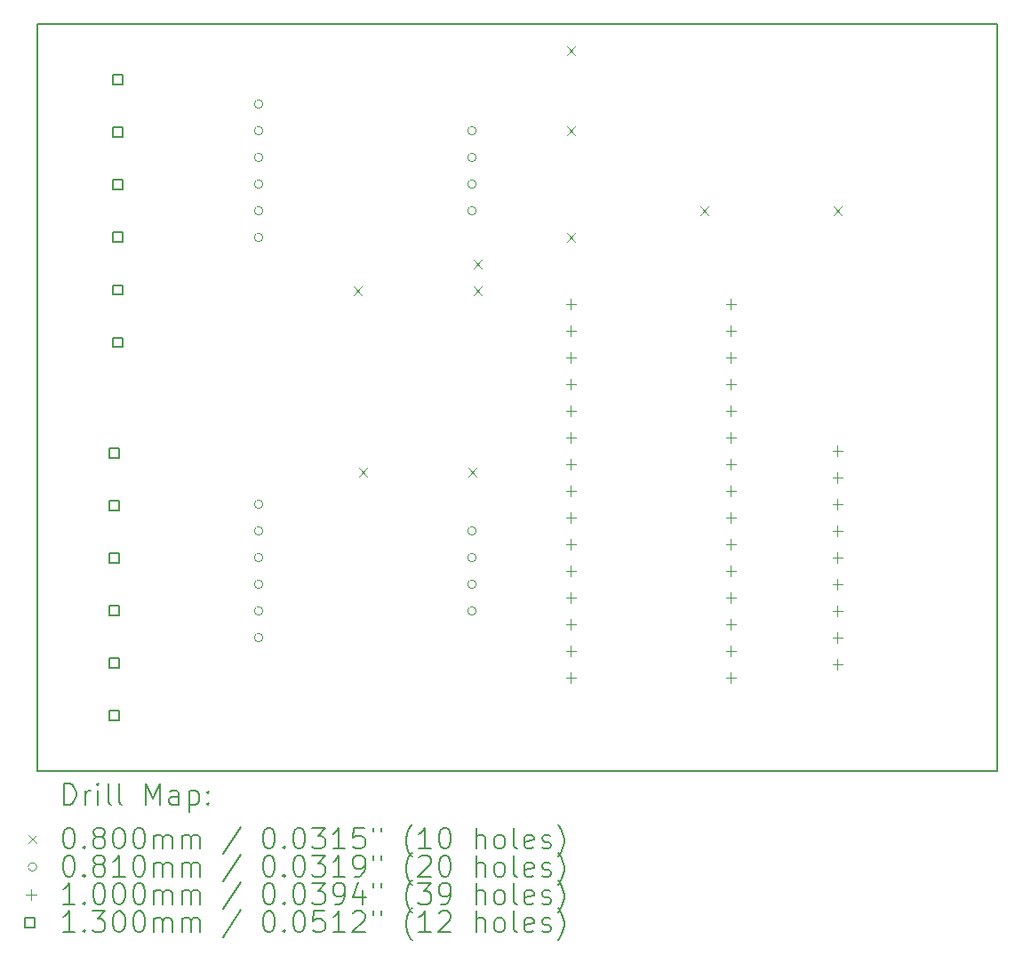
<source format=gbr>
%TF.GenerationSoftware,KiCad,Pcbnew,8.0.6-8.0.6-0~ubuntu24.04.1*%
%TF.CreationDate,2024-10-31T19:49:44+00:00*%
%TF.ProjectId,Windtunnel_Schematic,57696e64-7475-46e6-9e65-6c5f53636865,rev?*%
%TF.SameCoordinates,Original*%
%TF.FileFunction,Drillmap*%
%TF.FilePolarity,Positive*%
%FSLAX45Y45*%
G04 Gerber Fmt 4.5, Leading zero omitted, Abs format (unit mm)*
G04 Created by KiCad (PCBNEW 8.0.6-8.0.6-0~ubuntu24.04.1) date 2024-10-31 19:49:44*
%MOMM*%
%LPD*%
G01*
G04 APERTURE LIST*
%ADD10C,0.200000*%
%ADD11C,0.100000*%
%ADD12C,0.130000*%
G04 APERTURE END LIST*
D10*
X5080000Y-8382000D02*
X14224000Y-8382000D01*
X14224000Y-15494000D01*
X5080000Y-15494000D01*
X5080000Y-8382000D01*
D11*
X8088000Y-10882000D02*
X8168000Y-10962000D01*
X8168000Y-10882000D02*
X8088000Y-10962000D01*
X8138800Y-12609200D02*
X8218800Y-12689200D01*
X8218800Y-12609200D02*
X8138800Y-12689200D01*
X9180200Y-12609200D02*
X9260200Y-12689200D01*
X9260200Y-12609200D02*
X9180200Y-12689200D01*
X9231000Y-10628000D02*
X9311000Y-10708000D01*
X9311000Y-10628000D02*
X9231000Y-10708000D01*
X9231000Y-10882000D02*
X9311000Y-10962000D01*
X9311000Y-10882000D02*
X9231000Y-10962000D01*
X10120000Y-8596000D02*
X10200000Y-8676000D01*
X10200000Y-8596000D02*
X10120000Y-8676000D01*
X10120000Y-9358000D02*
X10200000Y-9438000D01*
X10200000Y-9358000D02*
X10120000Y-9438000D01*
X10120000Y-10374000D02*
X10200000Y-10454000D01*
X10200000Y-10374000D02*
X10120000Y-10454000D01*
X11390000Y-10120000D02*
X11470000Y-10200000D01*
X11470000Y-10120000D02*
X11390000Y-10200000D01*
X12660000Y-10120000D02*
X12740000Y-10200000D01*
X12740000Y-10120000D02*
X12660000Y-10200000D01*
X7224500Y-9144000D02*
G75*
G02*
X7143500Y-9144000I-40500J0D01*
G01*
X7143500Y-9144000D02*
G75*
G02*
X7224500Y-9144000I40500J0D01*
G01*
X7224500Y-9398000D02*
G75*
G02*
X7143500Y-9398000I-40500J0D01*
G01*
X7143500Y-9398000D02*
G75*
G02*
X7224500Y-9398000I40500J0D01*
G01*
X7224500Y-9652000D02*
G75*
G02*
X7143500Y-9652000I-40500J0D01*
G01*
X7143500Y-9652000D02*
G75*
G02*
X7224500Y-9652000I40500J0D01*
G01*
X7224500Y-9906000D02*
G75*
G02*
X7143500Y-9906000I-40500J0D01*
G01*
X7143500Y-9906000D02*
G75*
G02*
X7224500Y-9906000I40500J0D01*
G01*
X7224500Y-10160000D02*
G75*
G02*
X7143500Y-10160000I-40500J0D01*
G01*
X7143500Y-10160000D02*
G75*
G02*
X7224500Y-10160000I40500J0D01*
G01*
X7224500Y-10414000D02*
G75*
G02*
X7143500Y-10414000I-40500J0D01*
G01*
X7143500Y-10414000D02*
G75*
G02*
X7224500Y-10414000I40500J0D01*
G01*
X7224500Y-12954000D02*
G75*
G02*
X7143500Y-12954000I-40500J0D01*
G01*
X7143500Y-12954000D02*
G75*
G02*
X7224500Y-12954000I40500J0D01*
G01*
X7224500Y-13208000D02*
G75*
G02*
X7143500Y-13208000I-40500J0D01*
G01*
X7143500Y-13208000D02*
G75*
G02*
X7224500Y-13208000I40500J0D01*
G01*
X7224500Y-13462000D02*
G75*
G02*
X7143500Y-13462000I-40500J0D01*
G01*
X7143500Y-13462000D02*
G75*
G02*
X7224500Y-13462000I40500J0D01*
G01*
X7224500Y-13716000D02*
G75*
G02*
X7143500Y-13716000I-40500J0D01*
G01*
X7143500Y-13716000D02*
G75*
G02*
X7224500Y-13716000I40500J0D01*
G01*
X7224500Y-13970000D02*
G75*
G02*
X7143500Y-13970000I-40500J0D01*
G01*
X7143500Y-13970000D02*
G75*
G02*
X7224500Y-13970000I40500J0D01*
G01*
X7224500Y-14224000D02*
G75*
G02*
X7143500Y-14224000I-40500J0D01*
G01*
X7143500Y-14224000D02*
G75*
G02*
X7224500Y-14224000I40500J0D01*
G01*
X9256500Y-9398000D02*
G75*
G02*
X9175500Y-9398000I-40500J0D01*
G01*
X9175500Y-9398000D02*
G75*
G02*
X9256500Y-9398000I40500J0D01*
G01*
X9256500Y-9652000D02*
G75*
G02*
X9175500Y-9652000I-40500J0D01*
G01*
X9175500Y-9652000D02*
G75*
G02*
X9256500Y-9652000I40500J0D01*
G01*
X9256500Y-9906000D02*
G75*
G02*
X9175500Y-9906000I-40500J0D01*
G01*
X9175500Y-9906000D02*
G75*
G02*
X9256500Y-9906000I40500J0D01*
G01*
X9256500Y-10160000D02*
G75*
G02*
X9175500Y-10160000I-40500J0D01*
G01*
X9175500Y-10160000D02*
G75*
G02*
X9256500Y-10160000I40500J0D01*
G01*
X9256500Y-13208000D02*
G75*
G02*
X9175500Y-13208000I-40500J0D01*
G01*
X9175500Y-13208000D02*
G75*
G02*
X9256500Y-13208000I40500J0D01*
G01*
X9256500Y-13462000D02*
G75*
G02*
X9175500Y-13462000I-40500J0D01*
G01*
X9175500Y-13462000D02*
G75*
G02*
X9256500Y-13462000I40500J0D01*
G01*
X9256500Y-13716000D02*
G75*
G02*
X9175500Y-13716000I-40500J0D01*
G01*
X9175500Y-13716000D02*
G75*
G02*
X9256500Y-13716000I40500J0D01*
G01*
X9256500Y-13970000D02*
G75*
G02*
X9175500Y-13970000I-40500J0D01*
G01*
X9175500Y-13970000D02*
G75*
G02*
X9256500Y-13970000I40500J0D01*
G01*
X10160000Y-10999000D02*
X10160000Y-11099000D01*
X10110000Y-11049000D02*
X10210000Y-11049000D01*
X10160000Y-11253000D02*
X10160000Y-11353000D01*
X10110000Y-11303000D02*
X10210000Y-11303000D01*
X10160000Y-11507000D02*
X10160000Y-11607000D01*
X10110000Y-11557000D02*
X10210000Y-11557000D01*
X10160000Y-11761000D02*
X10160000Y-11861000D01*
X10110000Y-11811000D02*
X10210000Y-11811000D01*
X10160000Y-12015000D02*
X10160000Y-12115000D01*
X10110000Y-12065000D02*
X10210000Y-12065000D01*
X10160000Y-12269000D02*
X10160000Y-12369000D01*
X10110000Y-12319000D02*
X10210000Y-12319000D01*
X10160000Y-12523000D02*
X10160000Y-12623000D01*
X10110000Y-12573000D02*
X10210000Y-12573000D01*
X10160000Y-12777000D02*
X10160000Y-12877000D01*
X10110000Y-12827000D02*
X10210000Y-12827000D01*
X10160000Y-13031000D02*
X10160000Y-13131000D01*
X10110000Y-13081000D02*
X10210000Y-13081000D01*
X10160000Y-13285000D02*
X10160000Y-13385000D01*
X10110000Y-13335000D02*
X10210000Y-13335000D01*
X10160000Y-13539000D02*
X10160000Y-13639000D01*
X10110000Y-13589000D02*
X10210000Y-13589000D01*
X10160000Y-13793000D02*
X10160000Y-13893000D01*
X10110000Y-13843000D02*
X10210000Y-13843000D01*
X10160000Y-14047000D02*
X10160000Y-14147000D01*
X10110000Y-14097000D02*
X10210000Y-14097000D01*
X10160000Y-14301000D02*
X10160000Y-14401000D01*
X10110000Y-14351000D02*
X10210000Y-14351000D01*
X10160000Y-14555000D02*
X10160000Y-14655000D01*
X10110000Y-14605000D02*
X10210000Y-14605000D01*
X11684000Y-10999000D02*
X11684000Y-11099000D01*
X11634000Y-11049000D02*
X11734000Y-11049000D01*
X11684000Y-11253000D02*
X11684000Y-11353000D01*
X11634000Y-11303000D02*
X11734000Y-11303000D01*
X11684000Y-11507000D02*
X11684000Y-11607000D01*
X11634000Y-11557000D02*
X11734000Y-11557000D01*
X11684000Y-11761000D02*
X11684000Y-11861000D01*
X11634000Y-11811000D02*
X11734000Y-11811000D01*
X11684000Y-12015000D02*
X11684000Y-12115000D01*
X11634000Y-12065000D02*
X11734000Y-12065000D01*
X11684000Y-12269000D02*
X11684000Y-12369000D01*
X11634000Y-12319000D02*
X11734000Y-12319000D01*
X11684000Y-12523000D02*
X11684000Y-12623000D01*
X11634000Y-12573000D02*
X11734000Y-12573000D01*
X11684000Y-12777000D02*
X11684000Y-12877000D01*
X11634000Y-12827000D02*
X11734000Y-12827000D01*
X11684000Y-13031000D02*
X11684000Y-13131000D01*
X11634000Y-13081000D02*
X11734000Y-13081000D01*
X11684000Y-13285000D02*
X11684000Y-13385000D01*
X11634000Y-13335000D02*
X11734000Y-13335000D01*
X11684000Y-13539000D02*
X11684000Y-13639000D01*
X11634000Y-13589000D02*
X11734000Y-13589000D01*
X11684000Y-13793000D02*
X11684000Y-13893000D01*
X11634000Y-13843000D02*
X11734000Y-13843000D01*
X11684000Y-14047000D02*
X11684000Y-14147000D01*
X11634000Y-14097000D02*
X11734000Y-14097000D01*
X11684000Y-14301000D02*
X11684000Y-14401000D01*
X11634000Y-14351000D02*
X11734000Y-14351000D01*
X11684000Y-14555000D02*
X11684000Y-14655000D01*
X11634000Y-14605000D02*
X11734000Y-14605000D01*
X12700000Y-12396000D02*
X12700000Y-12496000D01*
X12650000Y-12446000D02*
X12750000Y-12446000D01*
X12700000Y-12650000D02*
X12700000Y-12750000D01*
X12650000Y-12700000D02*
X12750000Y-12700000D01*
X12700000Y-12904000D02*
X12700000Y-13004000D01*
X12650000Y-12954000D02*
X12750000Y-12954000D01*
X12700000Y-13158000D02*
X12700000Y-13258000D01*
X12650000Y-13208000D02*
X12750000Y-13208000D01*
X12700000Y-13412000D02*
X12700000Y-13512000D01*
X12650000Y-13462000D02*
X12750000Y-13462000D01*
X12700000Y-13666000D02*
X12700000Y-13766000D01*
X12650000Y-13716000D02*
X12750000Y-13716000D01*
X12700000Y-13920000D02*
X12700000Y-14020000D01*
X12650000Y-13970000D02*
X12750000Y-13970000D01*
X12700000Y-14174000D02*
X12700000Y-14274000D01*
X12650000Y-14224000D02*
X12750000Y-14224000D01*
X12700000Y-14428000D02*
X12700000Y-14528000D01*
X12650000Y-14478000D02*
X12750000Y-14478000D01*
D12*
X5857462Y-12511962D02*
X5857462Y-12420038D01*
X5765538Y-12420038D01*
X5765538Y-12511962D01*
X5857462Y-12511962D01*
X5857462Y-13011962D02*
X5857462Y-12920038D01*
X5765538Y-12920038D01*
X5765538Y-13011962D01*
X5857462Y-13011962D01*
X5857462Y-13511962D02*
X5857462Y-13420038D01*
X5765538Y-13420038D01*
X5765538Y-13511962D01*
X5857462Y-13511962D01*
X5857462Y-14011962D02*
X5857462Y-13920038D01*
X5765538Y-13920038D01*
X5765538Y-14011962D01*
X5857462Y-14011962D01*
X5857462Y-14511962D02*
X5857462Y-14420038D01*
X5765538Y-14420038D01*
X5765538Y-14511962D01*
X5857462Y-14511962D01*
X5857462Y-15011962D02*
X5857462Y-14920038D01*
X5765538Y-14920038D01*
X5765538Y-15011962D01*
X5857462Y-15011962D01*
X5887962Y-8959962D02*
X5887962Y-8868038D01*
X5796038Y-8868038D01*
X5796038Y-8959962D01*
X5887962Y-8959962D01*
X5887962Y-9459962D02*
X5887962Y-9368038D01*
X5796038Y-9368038D01*
X5796038Y-9459962D01*
X5887962Y-9459962D01*
X5887962Y-9959962D02*
X5887962Y-9868038D01*
X5796038Y-9868038D01*
X5796038Y-9959962D01*
X5887962Y-9959962D01*
X5887962Y-10459962D02*
X5887962Y-10368038D01*
X5796038Y-10368038D01*
X5796038Y-10459962D01*
X5887962Y-10459962D01*
X5887962Y-10959962D02*
X5887962Y-10868038D01*
X5796038Y-10868038D01*
X5796038Y-10959962D01*
X5887962Y-10959962D01*
X5887962Y-11459962D02*
X5887962Y-11368038D01*
X5796038Y-11368038D01*
X5796038Y-11459962D01*
X5887962Y-11459962D01*
D10*
X5330777Y-15815484D02*
X5330777Y-15615484D01*
X5330777Y-15615484D02*
X5378396Y-15615484D01*
X5378396Y-15615484D02*
X5406967Y-15625008D01*
X5406967Y-15625008D02*
X5426015Y-15644055D01*
X5426015Y-15644055D02*
X5435539Y-15663103D01*
X5435539Y-15663103D02*
X5445063Y-15701198D01*
X5445063Y-15701198D02*
X5445063Y-15729769D01*
X5445063Y-15729769D02*
X5435539Y-15767865D01*
X5435539Y-15767865D02*
X5426015Y-15786912D01*
X5426015Y-15786912D02*
X5406967Y-15805960D01*
X5406967Y-15805960D02*
X5378396Y-15815484D01*
X5378396Y-15815484D02*
X5330777Y-15815484D01*
X5530777Y-15815484D02*
X5530777Y-15682150D01*
X5530777Y-15720246D02*
X5540301Y-15701198D01*
X5540301Y-15701198D02*
X5549824Y-15691674D01*
X5549824Y-15691674D02*
X5568872Y-15682150D01*
X5568872Y-15682150D02*
X5587920Y-15682150D01*
X5654586Y-15815484D02*
X5654586Y-15682150D01*
X5654586Y-15615484D02*
X5645062Y-15625008D01*
X5645062Y-15625008D02*
X5654586Y-15634531D01*
X5654586Y-15634531D02*
X5664110Y-15625008D01*
X5664110Y-15625008D02*
X5654586Y-15615484D01*
X5654586Y-15615484D02*
X5654586Y-15634531D01*
X5778396Y-15815484D02*
X5759348Y-15805960D01*
X5759348Y-15805960D02*
X5749824Y-15786912D01*
X5749824Y-15786912D02*
X5749824Y-15615484D01*
X5883158Y-15815484D02*
X5864110Y-15805960D01*
X5864110Y-15805960D02*
X5854586Y-15786912D01*
X5854586Y-15786912D02*
X5854586Y-15615484D01*
X6111729Y-15815484D02*
X6111729Y-15615484D01*
X6111729Y-15615484D02*
X6178396Y-15758341D01*
X6178396Y-15758341D02*
X6245062Y-15615484D01*
X6245062Y-15615484D02*
X6245062Y-15815484D01*
X6426015Y-15815484D02*
X6426015Y-15710722D01*
X6426015Y-15710722D02*
X6416491Y-15691674D01*
X6416491Y-15691674D02*
X6397443Y-15682150D01*
X6397443Y-15682150D02*
X6359348Y-15682150D01*
X6359348Y-15682150D02*
X6340301Y-15691674D01*
X6426015Y-15805960D02*
X6406967Y-15815484D01*
X6406967Y-15815484D02*
X6359348Y-15815484D01*
X6359348Y-15815484D02*
X6340301Y-15805960D01*
X6340301Y-15805960D02*
X6330777Y-15786912D01*
X6330777Y-15786912D02*
X6330777Y-15767865D01*
X6330777Y-15767865D02*
X6340301Y-15748817D01*
X6340301Y-15748817D02*
X6359348Y-15739293D01*
X6359348Y-15739293D02*
X6406967Y-15739293D01*
X6406967Y-15739293D02*
X6426015Y-15729769D01*
X6521253Y-15682150D02*
X6521253Y-15882150D01*
X6521253Y-15691674D02*
X6540301Y-15682150D01*
X6540301Y-15682150D02*
X6578396Y-15682150D01*
X6578396Y-15682150D02*
X6597443Y-15691674D01*
X6597443Y-15691674D02*
X6606967Y-15701198D01*
X6606967Y-15701198D02*
X6616491Y-15720246D01*
X6616491Y-15720246D02*
X6616491Y-15777388D01*
X6616491Y-15777388D02*
X6606967Y-15796436D01*
X6606967Y-15796436D02*
X6597443Y-15805960D01*
X6597443Y-15805960D02*
X6578396Y-15815484D01*
X6578396Y-15815484D02*
X6540301Y-15815484D01*
X6540301Y-15815484D02*
X6521253Y-15805960D01*
X6702205Y-15796436D02*
X6711729Y-15805960D01*
X6711729Y-15805960D02*
X6702205Y-15815484D01*
X6702205Y-15815484D02*
X6692682Y-15805960D01*
X6692682Y-15805960D02*
X6702205Y-15796436D01*
X6702205Y-15796436D02*
X6702205Y-15815484D01*
X6702205Y-15691674D02*
X6711729Y-15701198D01*
X6711729Y-15701198D02*
X6702205Y-15710722D01*
X6702205Y-15710722D02*
X6692682Y-15701198D01*
X6692682Y-15701198D02*
X6702205Y-15691674D01*
X6702205Y-15691674D02*
X6702205Y-15710722D01*
D11*
X4990000Y-16104000D02*
X5070000Y-16184000D01*
X5070000Y-16104000D02*
X4990000Y-16184000D01*
D10*
X5368872Y-16035484D02*
X5387920Y-16035484D01*
X5387920Y-16035484D02*
X5406967Y-16045008D01*
X5406967Y-16045008D02*
X5416491Y-16054531D01*
X5416491Y-16054531D02*
X5426015Y-16073579D01*
X5426015Y-16073579D02*
X5435539Y-16111674D01*
X5435539Y-16111674D02*
X5435539Y-16159293D01*
X5435539Y-16159293D02*
X5426015Y-16197388D01*
X5426015Y-16197388D02*
X5416491Y-16216436D01*
X5416491Y-16216436D02*
X5406967Y-16225960D01*
X5406967Y-16225960D02*
X5387920Y-16235484D01*
X5387920Y-16235484D02*
X5368872Y-16235484D01*
X5368872Y-16235484D02*
X5349824Y-16225960D01*
X5349824Y-16225960D02*
X5340301Y-16216436D01*
X5340301Y-16216436D02*
X5330777Y-16197388D01*
X5330777Y-16197388D02*
X5321253Y-16159293D01*
X5321253Y-16159293D02*
X5321253Y-16111674D01*
X5321253Y-16111674D02*
X5330777Y-16073579D01*
X5330777Y-16073579D02*
X5340301Y-16054531D01*
X5340301Y-16054531D02*
X5349824Y-16045008D01*
X5349824Y-16045008D02*
X5368872Y-16035484D01*
X5521253Y-16216436D02*
X5530777Y-16225960D01*
X5530777Y-16225960D02*
X5521253Y-16235484D01*
X5521253Y-16235484D02*
X5511729Y-16225960D01*
X5511729Y-16225960D02*
X5521253Y-16216436D01*
X5521253Y-16216436D02*
X5521253Y-16235484D01*
X5645062Y-16121198D02*
X5626015Y-16111674D01*
X5626015Y-16111674D02*
X5616491Y-16102150D01*
X5616491Y-16102150D02*
X5606967Y-16083103D01*
X5606967Y-16083103D02*
X5606967Y-16073579D01*
X5606967Y-16073579D02*
X5616491Y-16054531D01*
X5616491Y-16054531D02*
X5626015Y-16045008D01*
X5626015Y-16045008D02*
X5645062Y-16035484D01*
X5645062Y-16035484D02*
X5683158Y-16035484D01*
X5683158Y-16035484D02*
X5702205Y-16045008D01*
X5702205Y-16045008D02*
X5711729Y-16054531D01*
X5711729Y-16054531D02*
X5721253Y-16073579D01*
X5721253Y-16073579D02*
X5721253Y-16083103D01*
X5721253Y-16083103D02*
X5711729Y-16102150D01*
X5711729Y-16102150D02*
X5702205Y-16111674D01*
X5702205Y-16111674D02*
X5683158Y-16121198D01*
X5683158Y-16121198D02*
X5645062Y-16121198D01*
X5645062Y-16121198D02*
X5626015Y-16130722D01*
X5626015Y-16130722D02*
X5616491Y-16140246D01*
X5616491Y-16140246D02*
X5606967Y-16159293D01*
X5606967Y-16159293D02*
X5606967Y-16197388D01*
X5606967Y-16197388D02*
X5616491Y-16216436D01*
X5616491Y-16216436D02*
X5626015Y-16225960D01*
X5626015Y-16225960D02*
X5645062Y-16235484D01*
X5645062Y-16235484D02*
X5683158Y-16235484D01*
X5683158Y-16235484D02*
X5702205Y-16225960D01*
X5702205Y-16225960D02*
X5711729Y-16216436D01*
X5711729Y-16216436D02*
X5721253Y-16197388D01*
X5721253Y-16197388D02*
X5721253Y-16159293D01*
X5721253Y-16159293D02*
X5711729Y-16140246D01*
X5711729Y-16140246D02*
X5702205Y-16130722D01*
X5702205Y-16130722D02*
X5683158Y-16121198D01*
X5845062Y-16035484D02*
X5864110Y-16035484D01*
X5864110Y-16035484D02*
X5883158Y-16045008D01*
X5883158Y-16045008D02*
X5892682Y-16054531D01*
X5892682Y-16054531D02*
X5902205Y-16073579D01*
X5902205Y-16073579D02*
X5911729Y-16111674D01*
X5911729Y-16111674D02*
X5911729Y-16159293D01*
X5911729Y-16159293D02*
X5902205Y-16197388D01*
X5902205Y-16197388D02*
X5892682Y-16216436D01*
X5892682Y-16216436D02*
X5883158Y-16225960D01*
X5883158Y-16225960D02*
X5864110Y-16235484D01*
X5864110Y-16235484D02*
X5845062Y-16235484D01*
X5845062Y-16235484D02*
X5826015Y-16225960D01*
X5826015Y-16225960D02*
X5816491Y-16216436D01*
X5816491Y-16216436D02*
X5806967Y-16197388D01*
X5806967Y-16197388D02*
X5797443Y-16159293D01*
X5797443Y-16159293D02*
X5797443Y-16111674D01*
X5797443Y-16111674D02*
X5806967Y-16073579D01*
X5806967Y-16073579D02*
X5816491Y-16054531D01*
X5816491Y-16054531D02*
X5826015Y-16045008D01*
X5826015Y-16045008D02*
X5845062Y-16035484D01*
X6035539Y-16035484D02*
X6054586Y-16035484D01*
X6054586Y-16035484D02*
X6073634Y-16045008D01*
X6073634Y-16045008D02*
X6083158Y-16054531D01*
X6083158Y-16054531D02*
X6092682Y-16073579D01*
X6092682Y-16073579D02*
X6102205Y-16111674D01*
X6102205Y-16111674D02*
X6102205Y-16159293D01*
X6102205Y-16159293D02*
X6092682Y-16197388D01*
X6092682Y-16197388D02*
X6083158Y-16216436D01*
X6083158Y-16216436D02*
X6073634Y-16225960D01*
X6073634Y-16225960D02*
X6054586Y-16235484D01*
X6054586Y-16235484D02*
X6035539Y-16235484D01*
X6035539Y-16235484D02*
X6016491Y-16225960D01*
X6016491Y-16225960D02*
X6006967Y-16216436D01*
X6006967Y-16216436D02*
X5997443Y-16197388D01*
X5997443Y-16197388D02*
X5987920Y-16159293D01*
X5987920Y-16159293D02*
X5987920Y-16111674D01*
X5987920Y-16111674D02*
X5997443Y-16073579D01*
X5997443Y-16073579D02*
X6006967Y-16054531D01*
X6006967Y-16054531D02*
X6016491Y-16045008D01*
X6016491Y-16045008D02*
X6035539Y-16035484D01*
X6187920Y-16235484D02*
X6187920Y-16102150D01*
X6187920Y-16121198D02*
X6197443Y-16111674D01*
X6197443Y-16111674D02*
X6216491Y-16102150D01*
X6216491Y-16102150D02*
X6245063Y-16102150D01*
X6245063Y-16102150D02*
X6264110Y-16111674D01*
X6264110Y-16111674D02*
X6273634Y-16130722D01*
X6273634Y-16130722D02*
X6273634Y-16235484D01*
X6273634Y-16130722D02*
X6283158Y-16111674D01*
X6283158Y-16111674D02*
X6302205Y-16102150D01*
X6302205Y-16102150D02*
X6330777Y-16102150D01*
X6330777Y-16102150D02*
X6349824Y-16111674D01*
X6349824Y-16111674D02*
X6359348Y-16130722D01*
X6359348Y-16130722D02*
X6359348Y-16235484D01*
X6454586Y-16235484D02*
X6454586Y-16102150D01*
X6454586Y-16121198D02*
X6464110Y-16111674D01*
X6464110Y-16111674D02*
X6483158Y-16102150D01*
X6483158Y-16102150D02*
X6511729Y-16102150D01*
X6511729Y-16102150D02*
X6530777Y-16111674D01*
X6530777Y-16111674D02*
X6540301Y-16130722D01*
X6540301Y-16130722D02*
X6540301Y-16235484D01*
X6540301Y-16130722D02*
X6549824Y-16111674D01*
X6549824Y-16111674D02*
X6568872Y-16102150D01*
X6568872Y-16102150D02*
X6597443Y-16102150D01*
X6597443Y-16102150D02*
X6616491Y-16111674D01*
X6616491Y-16111674D02*
X6626015Y-16130722D01*
X6626015Y-16130722D02*
X6626015Y-16235484D01*
X7016491Y-16025960D02*
X6845063Y-16283103D01*
X7273634Y-16035484D02*
X7292682Y-16035484D01*
X7292682Y-16035484D02*
X7311729Y-16045008D01*
X7311729Y-16045008D02*
X7321253Y-16054531D01*
X7321253Y-16054531D02*
X7330777Y-16073579D01*
X7330777Y-16073579D02*
X7340301Y-16111674D01*
X7340301Y-16111674D02*
X7340301Y-16159293D01*
X7340301Y-16159293D02*
X7330777Y-16197388D01*
X7330777Y-16197388D02*
X7321253Y-16216436D01*
X7321253Y-16216436D02*
X7311729Y-16225960D01*
X7311729Y-16225960D02*
X7292682Y-16235484D01*
X7292682Y-16235484D02*
X7273634Y-16235484D01*
X7273634Y-16235484D02*
X7254586Y-16225960D01*
X7254586Y-16225960D02*
X7245063Y-16216436D01*
X7245063Y-16216436D02*
X7235539Y-16197388D01*
X7235539Y-16197388D02*
X7226015Y-16159293D01*
X7226015Y-16159293D02*
X7226015Y-16111674D01*
X7226015Y-16111674D02*
X7235539Y-16073579D01*
X7235539Y-16073579D02*
X7245063Y-16054531D01*
X7245063Y-16054531D02*
X7254586Y-16045008D01*
X7254586Y-16045008D02*
X7273634Y-16035484D01*
X7426015Y-16216436D02*
X7435539Y-16225960D01*
X7435539Y-16225960D02*
X7426015Y-16235484D01*
X7426015Y-16235484D02*
X7416491Y-16225960D01*
X7416491Y-16225960D02*
X7426015Y-16216436D01*
X7426015Y-16216436D02*
X7426015Y-16235484D01*
X7559348Y-16035484D02*
X7578396Y-16035484D01*
X7578396Y-16035484D02*
X7597444Y-16045008D01*
X7597444Y-16045008D02*
X7606967Y-16054531D01*
X7606967Y-16054531D02*
X7616491Y-16073579D01*
X7616491Y-16073579D02*
X7626015Y-16111674D01*
X7626015Y-16111674D02*
X7626015Y-16159293D01*
X7626015Y-16159293D02*
X7616491Y-16197388D01*
X7616491Y-16197388D02*
X7606967Y-16216436D01*
X7606967Y-16216436D02*
X7597444Y-16225960D01*
X7597444Y-16225960D02*
X7578396Y-16235484D01*
X7578396Y-16235484D02*
X7559348Y-16235484D01*
X7559348Y-16235484D02*
X7540301Y-16225960D01*
X7540301Y-16225960D02*
X7530777Y-16216436D01*
X7530777Y-16216436D02*
X7521253Y-16197388D01*
X7521253Y-16197388D02*
X7511729Y-16159293D01*
X7511729Y-16159293D02*
X7511729Y-16111674D01*
X7511729Y-16111674D02*
X7521253Y-16073579D01*
X7521253Y-16073579D02*
X7530777Y-16054531D01*
X7530777Y-16054531D02*
X7540301Y-16045008D01*
X7540301Y-16045008D02*
X7559348Y-16035484D01*
X7692682Y-16035484D02*
X7816491Y-16035484D01*
X7816491Y-16035484D02*
X7749825Y-16111674D01*
X7749825Y-16111674D02*
X7778396Y-16111674D01*
X7778396Y-16111674D02*
X7797444Y-16121198D01*
X7797444Y-16121198D02*
X7806967Y-16130722D01*
X7806967Y-16130722D02*
X7816491Y-16149769D01*
X7816491Y-16149769D02*
X7816491Y-16197388D01*
X7816491Y-16197388D02*
X7806967Y-16216436D01*
X7806967Y-16216436D02*
X7797444Y-16225960D01*
X7797444Y-16225960D02*
X7778396Y-16235484D01*
X7778396Y-16235484D02*
X7721253Y-16235484D01*
X7721253Y-16235484D02*
X7702206Y-16225960D01*
X7702206Y-16225960D02*
X7692682Y-16216436D01*
X8006967Y-16235484D02*
X7892682Y-16235484D01*
X7949825Y-16235484D02*
X7949825Y-16035484D01*
X7949825Y-16035484D02*
X7930777Y-16064055D01*
X7930777Y-16064055D02*
X7911729Y-16083103D01*
X7911729Y-16083103D02*
X7892682Y-16092627D01*
X8187920Y-16035484D02*
X8092682Y-16035484D01*
X8092682Y-16035484D02*
X8083158Y-16130722D01*
X8083158Y-16130722D02*
X8092682Y-16121198D01*
X8092682Y-16121198D02*
X8111729Y-16111674D01*
X8111729Y-16111674D02*
X8159348Y-16111674D01*
X8159348Y-16111674D02*
X8178396Y-16121198D01*
X8178396Y-16121198D02*
X8187920Y-16130722D01*
X8187920Y-16130722D02*
X8197444Y-16149769D01*
X8197444Y-16149769D02*
X8197444Y-16197388D01*
X8197444Y-16197388D02*
X8187920Y-16216436D01*
X8187920Y-16216436D02*
X8178396Y-16225960D01*
X8178396Y-16225960D02*
X8159348Y-16235484D01*
X8159348Y-16235484D02*
X8111729Y-16235484D01*
X8111729Y-16235484D02*
X8092682Y-16225960D01*
X8092682Y-16225960D02*
X8083158Y-16216436D01*
X8273634Y-16035484D02*
X8273634Y-16073579D01*
X8349825Y-16035484D02*
X8349825Y-16073579D01*
X8645063Y-16311674D02*
X8635539Y-16302150D01*
X8635539Y-16302150D02*
X8616491Y-16273579D01*
X8616491Y-16273579D02*
X8606968Y-16254531D01*
X8606968Y-16254531D02*
X8597444Y-16225960D01*
X8597444Y-16225960D02*
X8587920Y-16178341D01*
X8587920Y-16178341D02*
X8587920Y-16140246D01*
X8587920Y-16140246D02*
X8597444Y-16092627D01*
X8597444Y-16092627D02*
X8606968Y-16064055D01*
X8606968Y-16064055D02*
X8616491Y-16045008D01*
X8616491Y-16045008D02*
X8635539Y-16016436D01*
X8635539Y-16016436D02*
X8645063Y-16006912D01*
X8826015Y-16235484D02*
X8711730Y-16235484D01*
X8768872Y-16235484D02*
X8768872Y-16035484D01*
X8768872Y-16035484D02*
X8749825Y-16064055D01*
X8749825Y-16064055D02*
X8730777Y-16083103D01*
X8730777Y-16083103D02*
X8711730Y-16092627D01*
X8949825Y-16035484D02*
X8968872Y-16035484D01*
X8968872Y-16035484D02*
X8987920Y-16045008D01*
X8987920Y-16045008D02*
X8997444Y-16054531D01*
X8997444Y-16054531D02*
X9006968Y-16073579D01*
X9006968Y-16073579D02*
X9016491Y-16111674D01*
X9016491Y-16111674D02*
X9016491Y-16159293D01*
X9016491Y-16159293D02*
X9006968Y-16197388D01*
X9006968Y-16197388D02*
X8997444Y-16216436D01*
X8997444Y-16216436D02*
X8987920Y-16225960D01*
X8987920Y-16225960D02*
X8968872Y-16235484D01*
X8968872Y-16235484D02*
X8949825Y-16235484D01*
X8949825Y-16235484D02*
X8930777Y-16225960D01*
X8930777Y-16225960D02*
X8921253Y-16216436D01*
X8921253Y-16216436D02*
X8911730Y-16197388D01*
X8911730Y-16197388D02*
X8902206Y-16159293D01*
X8902206Y-16159293D02*
X8902206Y-16111674D01*
X8902206Y-16111674D02*
X8911730Y-16073579D01*
X8911730Y-16073579D02*
X8921253Y-16054531D01*
X8921253Y-16054531D02*
X8930777Y-16045008D01*
X8930777Y-16045008D02*
X8949825Y-16035484D01*
X9254587Y-16235484D02*
X9254587Y-16035484D01*
X9340301Y-16235484D02*
X9340301Y-16130722D01*
X9340301Y-16130722D02*
X9330777Y-16111674D01*
X9330777Y-16111674D02*
X9311730Y-16102150D01*
X9311730Y-16102150D02*
X9283158Y-16102150D01*
X9283158Y-16102150D02*
X9264111Y-16111674D01*
X9264111Y-16111674D02*
X9254587Y-16121198D01*
X9464111Y-16235484D02*
X9445063Y-16225960D01*
X9445063Y-16225960D02*
X9435539Y-16216436D01*
X9435539Y-16216436D02*
X9426015Y-16197388D01*
X9426015Y-16197388D02*
X9426015Y-16140246D01*
X9426015Y-16140246D02*
X9435539Y-16121198D01*
X9435539Y-16121198D02*
X9445063Y-16111674D01*
X9445063Y-16111674D02*
X9464111Y-16102150D01*
X9464111Y-16102150D02*
X9492682Y-16102150D01*
X9492682Y-16102150D02*
X9511730Y-16111674D01*
X9511730Y-16111674D02*
X9521253Y-16121198D01*
X9521253Y-16121198D02*
X9530777Y-16140246D01*
X9530777Y-16140246D02*
X9530777Y-16197388D01*
X9530777Y-16197388D02*
X9521253Y-16216436D01*
X9521253Y-16216436D02*
X9511730Y-16225960D01*
X9511730Y-16225960D02*
X9492682Y-16235484D01*
X9492682Y-16235484D02*
X9464111Y-16235484D01*
X9645063Y-16235484D02*
X9626015Y-16225960D01*
X9626015Y-16225960D02*
X9616492Y-16206912D01*
X9616492Y-16206912D02*
X9616492Y-16035484D01*
X9797444Y-16225960D02*
X9778396Y-16235484D01*
X9778396Y-16235484D02*
X9740301Y-16235484D01*
X9740301Y-16235484D02*
X9721253Y-16225960D01*
X9721253Y-16225960D02*
X9711730Y-16206912D01*
X9711730Y-16206912D02*
X9711730Y-16130722D01*
X9711730Y-16130722D02*
X9721253Y-16111674D01*
X9721253Y-16111674D02*
X9740301Y-16102150D01*
X9740301Y-16102150D02*
X9778396Y-16102150D01*
X9778396Y-16102150D02*
X9797444Y-16111674D01*
X9797444Y-16111674D02*
X9806968Y-16130722D01*
X9806968Y-16130722D02*
X9806968Y-16149769D01*
X9806968Y-16149769D02*
X9711730Y-16168817D01*
X9883158Y-16225960D02*
X9902206Y-16235484D01*
X9902206Y-16235484D02*
X9940301Y-16235484D01*
X9940301Y-16235484D02*
X9959349Y-16225960D01*
X9959349Y-16225960D02*
X9968873Y-16206912D01*
X9968873Y-16206912D02*
X9968873Y-16197388D01*
X9968873Y-16197388D02*
X9959349Y-16178341D01*
X9959349Y-16178341D02*
X9940301Y-16168817D01*
X9940301Y-16168817D02*
X9911730Y-16168817D01*
X9911730Y-16168817D02*
X9892682Y-16159293D01*
X9892682Y-16159293D02*
X9883158Y-16140246D01*
X9883158Y-16140246D02*
X9883158Y-16130722D01*
X9883158Y-16130722D02*
X9892682Y-16111674D01*
X9892682Y-16111674D02*
X9911730Y-16102150D01*
X9911730Y-16102150D02*
X9940301Y-16102150D01*
X9940301Y-16102150D02*
X9959349Y-16111674D01*
X10035539Y-16311674D02*
X10045063Y-16302150D01*
X10045063Y-16302150D02*
X10064111Y-16273579D01*
X10064111Y-16273579D02*
X10073634Y-16254531D01*
X10073634Y-16254531D02*
X10083158Y-16225960D01*
X10083158Y-16225960D02*
X10092682Y-16178341D01*
X10092682Y-16178341D02*
X10092682Y-16140246D01*
X10092682Y-16140246D02*
X10083158Y-16092627D01*
X10083158Y-16092627D02*
X10073634Y-16064055D01*
X10073634Y-16064055D02*
X10064111Y-16045008D01*
X10064111Y-16045008D02*
X10045063Y-16016436D01*
X10045063Y-16016436D02*
X10035539Y-16006912D01*
D11*
X5070000Y-16408000D02*
G75*
G02*
X4989000Y-16408000I-40500J0D01*
G01*
X4989000Y-16408000D02*
G75*
G02*
X5070000Y-16408000I40500J0D01*
G01*
D10*
X5368872Y-16299484D02*
X5387920Y-16299484D01*
X5387920Y-16299484D02*
X5406967Y-16309008D01*
X5406967Y-16309008D02*
X5416491Y-16318531D01*
X5416491Y-16318531D02*
X5426015Y-16337579D01*
X5426015Y-16337579D02*
X5435539Y-16375674D01*
X5435539Y-16375674D02*
X5435539Y-16423293D01*
X5435539Y-16423293D02*
X5426015Y-16461388D01*
X5426015Y-16461388D02*
X5416491Y-16480436D01*
X5416491Y-16480436D02*
X5406967Y-16489960D01*
X5406967Y-16489960D02*
X5387920Y-16499484D01*
X5387920Y-16499484D02*
X5368872Y-16499484D01*
X5368872Y-16499484D02*
X5349824Y-16489960D01*
X5349824Y-16489960D02*
X5340301Y-16480436D01*
X5340301Y-16480436D02*
X5330777Y-16461388D01*
X5330777Y-16461388D02*
X5321253Y-16423293D01*
X5321253Y-16423293D02*
X5321253Y-16375674D01*
X5321253Y-16375674D02*
X5330777Y-16337579D01*
X5330777Y-16337579D02*
X5340301Y-16318531D01*
X5340301Y-16318531D02*
X5349824Y-16309008D01*
X5349824Y-16309008D02*
X5368872Y-16299484D01*
X5521253Y-16480436D02*
X5530777Y-16489960D01*
X5530777Y-16489960D02*
X5521253Y-16499484D01*
X5521253Y-16499484D02*
X5511729Y-16489960D01*
X5511729Y-16489960D02*
X5521253Y-16480436D01*
X5521253Y-16480436D02*
X5521253Y-16499484D01*
X5645062Y-16385198D02*
X5626015Y-16375674D01*
X5626015Y-16375674D02*
X5616491Y-16366150D01*
X5616491Y-16366150D02*
X5606967Y-16347103D01*
X5606967Y-16347103D02*
X5606967Y-16337579D01*
X5606967Y-16337579D02*
X5616491Y-16318531D01*
X5616491Y-16318531D02*
X5626015Y-16309008D01*
X5626015Y-16309008D02*
X5645062Y-16299484D01*
X5645062Y-16299484D02*
X5683158Y-16299484D01*
X5683158Y-16299484D02*
X5702205Y-16309008D01*
X5702205Y-16309008D02*
X5711729Y-16318531D01*
X5711729Y-16318531D02*
X5721253Y-16337579D01*
X5721253Y-16337579D02*
X5721253Y-16347103D01*
X5721253Y-16347103D02*
X5711729Y-16366150D01*
X5711729Y-16366150D02*
X5702205Y-16375674D01*
X5702205Y-16375674D02*
X5683158Y-16385198D01*
X5683158Y-16385198D02*
X5645062Y-16385198D01*
X5645062Y-16385198D02*
X5626015Y-16394722D01*
X5626015Y-16394722D02*
X5616491Y-16404246D01*
X5616491Y-16404246D02*
X5606967Y-16423293D01*
X5606967Y-16423293D02*
X5606967Y-16461388D01*
X5606967Y-16461388D02*
X5616491Y-16480436D01*
X5616491Y-16480436D02*
X5626015Y-16489960D01*
X5626015Y-16489960D02*
X5645062Y-16499484D01*
X5645062Y-16499484D02*
X5683158Y-16499484D01*
X5683158Y-16499484D02*
X5702205Y-16489960D01*
X5702205Y-16489960D02*
X5711729Y-16480436D01*
X5711729Y-16480436D02*
X5721253Y-16461388D01*
X5721253Y-16461388D02*
X5721253Y-16423293D01*
X5721253Y-16423293D02*
X5711729Y-16404246D01*
X5711729Y-16404246D02*
X5702205Y-16394722D01*
X5702205Y-16394722D02*
X5683158Y-16385198D01*
X5911729Y-16499484D02*
X5797443Y-16499484D01*
X5854586Y-16499484D02*
X5854586Y-16299484D01*
X5854586Y-16299484D02*
X5835539Y-16328055D01*
X5835539Y-16328055D02*
X5816491Y-16347103D01*
X5816491Y-16347103D02*
X5797443Y-16356627D01*
X6035539Y-16299484D02*
X6054586Y-16299484D01*
X6054586Y-16299484D02*
X6073634Y-16309008D01*
X6073634Y-16309008D02*
X6083158Y-16318531D01*
X6083158Y-16318531D02*
X6092682Y-16337579D01*
X6092682Y-16337579D02*
X6102205Y-16375674D01*
X6102205Y-16375674D02*
X6102205Y-16423293D01*
X6102205Y-16423293D02*
X6092682Y-16461388D01*
X6092682Y-16461388D02*
X6083158Y-16480436D01*
X6083158Y-16480436D02*
X6073634Y-16489960D01*
X6073634Y-16489960D02*
X6054586Y-16499484D01*
X6054586Y-16499484D02*
X6035539Y-16499484D01*
X6035539Y-16499484D02*
X6016491Y-16489960D01*
X6016491Y-16489960D02*
X6006967Y-16480436D01*
X6006967Y-16480436D02*
X5997443Y-16461388D01*
X5997443Y-16461388D02*
X5987920Y-16423293D01*
X5987920Y-16423293D02*
X5987920Y-16375674D01*
X5987920Y-16375674D02*
X5997443Y-16337579D01*
X5997443Y-16337579D02*
X6006967Y-16318531D01*
X6006967Y-16318531D02*
X6016491Y-16309008D01*
X6016491Y-16309008D02*
X6035539Y-16299484D01*
X6187920Y-16499484D02*
X6187920Y-16366150D01*
X6187920Y-16385198D02*
X6197443Y-16375674D01*
X6197443Y-16375674D02*
X6216491Y-16366150D01*
X6216491Y-16366150D02*
X6245063Y-16366150D01*
X6245063Y-16366150D02*
X6264110Y-16375674D01*
X6264110Y-16375674D02*
X6273634Y-16394722D01*
X6273634Y-16394722D02*
X6273634Y-16499484D01*
X6273634Y-16394722D02*
X6283158Y-16375674D01*
X6283158Y-16375674D02*
X6302205Y-16366150D01*
X6302205Y-16366150D02*
X6330777Y-16366150D01*
X6330777Y-16366150D02*
X6349824Y-16375674D01*
X6349824Y-16375674D02*
X6359348Y-16394722D01*
X6359348Y-16394722D02*
X6359348Y-16499484D01*
X6454586Y-16499484D02*
X6454586Y-16366150D01*
X6454586Y-16385198D02*
X6464110Y-16375674D01*
X6464110Y-16375674D02*
X6483158Y-16366150D01*
X6483158Y-16366150D02*
X6511729Y-16366150D01*
X6511729Y-16366150D02*
X6530777Y-16375674D01*
X6530777Y-16375674D02*
X6540301Y-16394722D01*
X6540301Y-16394722D02*
X6540301Y-16499484D01*
X6540301Y-16394722D02*
X6549824Y-16375674D01*
X6549824Y-16375674D02*
X6568872Y-16366150D01*
X6568872Y-16366150D02*
X6597443Y-16366150D01*
X6597443Y-16366150D02*
X6616491Y-16375674D01*
X6616491Y-16375674D02*
X6626015Y-16394722D01*
X6626015Y-16394722D02*
X6626015Y-16499484D01*
X7016491Y-16289960D02*
X6845063Y-16547103D01*
X7273634Y-16299484D02*
X7292682Y-16299484D01*
X7292682Y-16299484D02*
X7311729Y-16309008D01*
X7311729Y-16309008D02*
X7321253Y-16318531D01*
X7321253Y-16318531D02*
X7330777Y-16337579D01*
X7330777Y-16337579D02*
X7340301Y-16375674D01*
X7340301Y-16375674D02*
X7340301Y-16423293D01*
X7340301Y-16423293D02*
X7330777Y-16461388D01*
X7330777Y-16461388D02*
X7321253Y-16480436D01*
X7321253Y-16480436D02*
X7311729Y-16489960D01*
X7311729Y-16489960D02*
X7292682Y-16499484D01*
X7292682Y-16499484D02*
X7273634Y-16499484D01*
X7273634Y-16499484D02*
X7254586Y-16489960D01*
X7254586Y-16489960D02*
X7245063Y-16480436D01*
X7245063Y-16480436D02*
X7235539Y-16461388D01*
X7235539Y-16461388D02*
X7226015Y-16423293D01*
X7226015Y-16423293D02*
X7226015Y-16375674D01*
X7226015Y-16375674D02*
X7235539Y-16337579D01*
X7235539Y-16337579D02*
X7245063Y-16318531D01*
X7245063Y-16318531D02*
X7254586Y-16309008D01*
X7254586Y-16309008D02*
X7273634Y-16299484D01*
X7426015Y-16480436D02*
X7435539Y-16489960D01*
X7435539Y-16489960D02*
X7426015Y-16499484D01*
X7426015Y-16499484D02*
X7416491Y-16489960D01*
X7416491Y-16489960D02*
X7426015Y-16480436D01*
X7426015Y-16480436D02*
X7426015Y-16499484D01*
X7559348Y-16299484D02*
X7578396Y-16299484D01*
X7578396Y-16299484D02*
X7597444Y-16309008D01*
X7597444Y-16309008D02*
X7606967Y-16318531D01*
X7606967Y-16318531D02*
X7616491Y-16337579D01*
X7616491Y-16337579D02*
X7626015Y-16375674D01*
X7626015Y-16375674D02*
X7626015Y-16423293D01*
X7626015Y-16423293D02*
X7616491Y-16461388D01*
X7616491Y-16461388D02*
X7606967Y-16480436D01*
X7606967Y-16480436D02*
X7597444Y-16489960D01*
X7597444Y-16489960D02*
X7578396Y-16499484D01*
X7578396Y-16499484D02*
X7559348Y-16499484D01*
X7559348Y-16499484D02*
X7540301Y-16489960D01*
X7540301Y-16489960D02*
X7530777Y-16480436D01*
X7530777Y-16480436D02*
X7521253Y-16461388D01*
X7521253Y-16461388D02*
X7511729Y-16423293D01*
X7511729Y-16423293D02*
X7511729Y-16375674D01*
X7511729Y-16375674D02*
X7521253Y-16337579D01*
X7521253Y-16337579D02*
X7530777Y-16318531D01*
X7530777Y-16318531D02*
X7540301Y-16309008D01*
X7540301Y-16309008D02*
X7559348Y-16299484D01*
X7692682Y-16299484D02*
X7816491Y-16299484D01*
X7816491Y-16299484D02*
X7749825Y-16375674D01*
X7749825Y-16375674D02*
X7778396Y-16375674D01*
X7778396Y-16375674D02*
X7797444Y-16385198D01*
X7797444Y-16385198D02*
X7806967Y-16394722D01*
X7806967Y-16394722D02*
X7816491Y-16413769D01*
X7816491Y-16413769D02*
X7816491Y-16461388D01*
X7816491Y-16461388D02*
X7806967Y-16480436D01*
X7806967Y-16480436D02*
X7797444Y-16489960D01*
X7797444Y-16489960D02*
X7778396Y-16499484D01*
X7778396Y-16499484D02*
X7721253Y-16499484D01*
X7721253Y-16499484D02*
X7702206Y-16489960D01*
X7702206Y-16489960D02*
X7692682Y-16480436D01*
X8006967Y-16499484D02*
X7892682Y-16499484D01*
X7949825Y-16499484D02*
X7949825Y-16299484D01*
X7949825Y-16299484D02*
X7930777Y-16328055D01*
X7930777Y-16328055D02*
X7911729Y-16347103D01*
X7911729Y-16347103D02*
X7892682Y-16356627D01*
X8102206Y-16499484D02*
X8140301Y-16499484D01*
X8140301Y-16499484D02*
X8159348Y-16489960D01*
X8159348Y-16489960D02*
X8168872Y-16480436D01*
X8168872Y-16480436D02*
X8187920Y-16451865D01*
X8187920Y-16451865D02*
X8197444Y-16413769D01*
X8197444Y-16413769D02*
X8197444Y-16337579D01*
X8197444Y-16337579D02*
X8187920Y-16318531D01*
X8187920Y-16318531D02*
X8178396Y-16309008D01*
X8178396Y-16309008D02*
X8159348Y-16299484D01*
X8159348Y-16299484D02*
X8121253Y-16299484D01*
X8121253Y-16299484D02*
X8102206Y-16309008D01*
X8102206Y-16309008D02*
X8092682Y-16318531D01*
X8092682Y-16318531D02*
X8083158Y-16337579D01*
X8083158Y-16337579D02*
X8083158Y-16385198D01*
X8083158Y-16385198D02*
X8092682Y-16404246D01*
X8092682Y-16404246D02*
X8102206Y-16413769D01*
X8102206Y-16413769D02*
X8121253Y-16423293D01*
X8121253Y-16423293D02*
X8159348Y-16423293D01*
X8159348Y-16423293D02*
X8178396Y-16413769D01*
X8178396Y-16413769D02*
X8187920Y-16404246D01*
X8187920Y-16404246D02*
X8197444Y-16385198D01*
X8273634Y-16299484D02*
X8273634Y-16337579D01*
X8349825Y-16299484D02*
X8349825Y-16337579D01*
X8645063Y-16575674D02*
X8635539Y-16566150D01*
X8635539Y-16566150D02*
X8616491Y-16537579D01*
X8616491Y-16537579D02*
X8606968Y-16518531D01*
X8606968Y-16518531D02*
X8597444Y-16489960D01*
X8597444Y-16489960D02*
X8587920Y-16442341D01*
X8587920Y-16442341D02*
X8587920Y-16404246D01*
X8587920Y-16404246D02*
X8597444Y-16356627D01*
X8597444Y-16356627D02*
X8606968Y-16328055D01*
X8606968Y-16328055D02*
X8616491Y-16309008D01*
X8616491Y-16309008D02*
X8635539Y-16280436D01*
X8635539Y-16280436D02*
X8645063Y-16270912D01*
X8711730Y-16318531D02*
X8721253Y-16309008D01*
X8721253Y-16309008D02*
X8740301Y-16299484D01*
X8740301Y-16299484D02*
X8787920Y-16299484D01*
X8787920Y-16299484D02*
X8806968Y-16309008D01*
X8806968Y-16309008D02*
X8816491Y-16318531D01*
X8816491Y-16318531D02*
X8826015Y-16337579D01*
X8826015Y-16337579D02*
X8826015Y-16356627D01*
X8826015Y-16356627D02*
X8816491Y-16385198D01*
X8816491Y-16385198D02*
X8702206Y-16499484D01*
X8702206Y-16499484D02*
X8826015Y-16499484D01*
X8949825Y-16299484D02*
X8968872Y-16299484D01*
X8968872Y-16299484D02*
X8987920Y-16309008D01*
X8987920Y-16309008D02*
X8997444Y-16318531D01*
X8997444Y-16318531D02*
X9006968Y-16337579D01*
X9006968Y-16337579D02*
X9016491Y-16375674D01*
X9016491Y-16375674D02*
X9016491Y-16423293D01*
X9016491Y-16423293D02*
X9006968Y-16461388D01*
X9006968Y-16461388D02*
X8997444Y-16480436D01*
X8997444Y-16480436D02*
X8987920Y-16489960D01*
X8987920Y-16489960D02*
X8968872Y-16499484D01*
X8968872Y-16499484D02*
X8949825Y-16499484D01*
X8949825Y-16499484D02*
X8930777Y-16489960D01*
X8930777Y-16489960D02*
X8921253Y-16480436D01*
X8921253Y-16480436D02*
X8911730Y-16461388D01*
X8911730Y-16461388D02*
X8902206Y-16423293D01*
X8902206Y-16423293D02*
X8902206Y-16375674D01*
X8902206Y-16375674D02*
X8911730Y-16337579D01*
X8911730Y-16337579D02*
X8921253Y-16318531D01*
X8921253Y-16318531D02*
X8930777Y-16309008D01*
X8930777Y-16309008D02*
X8949825Y-16299484D01*
X9254587Y-16499484D02*
X9254587Y-16299484D01*
X9340301Y-16499484D02*
X9340301Y-16394722D01*
X9340301Y-16394722D02*
X9330777Y-16375674D01*
X9330777Y-16375674D02*
X9311730Y-16366150D01*
X9311730Y-16366150D02*
X9283158Y-16366150D01*
X9283158Y-16366150D02*
X9264111Y-16375674D01*
X9264111Y-16375674D02*
X9254587Y-16385198D01*
X9464111Y-16499484D02*
X9445063Y-16489960D01*
X9445063Y-16489960D02*
X9435539Y-16480436D01*
X9435539Y-16480436D02*
X9426015Y-16461388D01*
X9426015Y-16461388D02*
X9426015Y-16404246D01*
X9426015Y-16404246D02*
X9435539Y-16385198D01*
X9435539Y-16385198D02*
X9445063Y-16375674D01*
X9445063Y-16375674D02*
X9464111Y-16366150D01*
X9464111Y-16366150D02*
X9492682Y-16366150D01*
X9492682Y-16366150D02*
X9511730Y-16375674D01*
X9511730Y-16375674D02*
X9521253Y-16385198D01*
X9521253Y-16385198D02*
X9530777Y-16404246D01*
X9530777Y-16404246D02*
X9530777Y-16461388D01*
X9530777Y-16461388D02*
X9521253Y-16480436D01*
X9521253Y-16480436D02*
X9511730Y-16489960D01*
X9511730Y-16489960D02*
X9492682Y-16499484D01*
X9492682Y-16499484D02*
X9464111Y-16499484D01*
X9645063Y-16499484D02*
X9626015Y-16489960D01*
X9626015Y-16489960D02*
X9616492Y-16470912D01*
X9616492Y-16470912D02*
X9616492Y-16299484D01*
X9797444Y-16489960D02*
X9778396Y-16499484D01*
X9778396Y-16499484D02*
X9740301Y-16499484D01*
X9740301Y-16499484D02*
X9721253Y-16489960D01*
X9721253Y-16489960D02*
X9711730Y-16470912D01*
X9711730Y-16470912D02*
X9711730Y-16394722D01*
X9711730Y-16394722D02*
X9721253Y-16375674D01*
X9721253Y-16375674D02*
X9740301Y-16366150D01*
X9740301Y-16366150D02*
X9778396Y-16366150D01*
X9778396Y-16366150D02*
X9797444Y-16375674D01*
X9797444Y-16375674D02*
X9806968Y-16394722D01*
X9806968Y-16394722D02*
X9806968Y-16413769D01*
X9806968Y-16413769D02*
X9711730Y-16432817D01*
X9883158Y-16489960D02*
X9902206Y-16499484D01*
X9902206Y-16499484D02*
X9940301Y-16499484D01*
X9940301Y-16499484D02*
X9959349Y-16489960D01*
X9959349Y-16489960D02*
X9968873Y-16470912D01*
X9968873Y-16470912D02*
X9968873Y-16461388D01*
X9968873Y-16461388D02*
X9959349Y-16442341D01*
X9959349Y-16442341D02*
X9940301Y-16432817D01*
X9940301Y-16432817D02*
X9911730Y-16432817D01*
X9911730Y-16432817D02*
X9892682Y-16423293D01*
X9892682Y-16423293D02*
X9883158Y-16404246D01*
X9883158Y-16404246D02*
X9883158Y-16394722D01*
X9883158Y-16394722D02*
X9892682Y-16375674D01*
X9892682Y-16375674D02*
X9911730Y-16366150D01*
X9911730Y-16366150D02*
X9940301Y-16366150D01*
X9940301Y-16366150D02*
X9959349Y-16375674D01*
X10035539Y-16575674D02*
X10045063Y-16566150D01*
X10045063Y-16566150D02*
X10064111Y-16537579D01*
X10064111Y-16537579D02*
X10073634Y-16518531D01*
X10073634Y-16518531D02*
X10083158Y-16489960D01*
X10083158Y-16489960D02*
X10092682Y-16442341D01*
X10092682Y-16442341D02*
X10092682Y-16404246D01*
X10092682Y-16404246D02*
X10083158Y-16356627D01*
X10083158Y-16356627D02*
X10073634Y-16328055D01*
X10073634Y-16328055D02*
X10064111Y-16309008D01*
X10064111Y-16309008D02*
X10045063Y-16280436D01*
X10045063Y-16280436D02*
X10035539Y-16270912D01*
D11*
X5020000Y-16622000D02*
X5020000Y-16722000D01*
X4970000Y-16672000D02*
X5070000Y-16672000D01*
D10*
X5435539Y-16763484D02*
X5321253Y-16763484D01*
X5378396Y-16763484D02*
X5378396Y-16563484D01*
X5378396Y-16563484D02*
X5359348Y-16592055D01*
X5359348Y-16592055D02*
X5340301Y-16611103D01*
X5340301Y-16611103D02*
X5321253Y-16620627D01*
X5521253Y-16744436D02*
X5530777Y-16753960D01*
X5530777Y-16753960D02*
X5521253Y-16763484D01*
X5521253Y-16763484D02*
X5511729Y-16753960D01*
X5511729Y-16753960D02*
X5521253Y-16744436D01*
X5521253Y-16744436D02*
X5521253Y-16763484D01*
X5654586Y-16563484D02*
X5673634Y-16563484D01*
X5673634Y-16563484D02*
X5692682Y-16573008D01*
X5692682Y-16573008D02*
X5702205Y-16582531D01*
X5702205Y-16582531D02*
X5711729Y-16601579D01*
X5711729Y-16601579D02*
X5721253Y-16639674D01*
X5721253Y-16639674D02*
X5721253Y-16687293D01*
X5721253Y-16687293D02*
X5711729Y-16725388D01*
X5711729Y-16725388D02*
X5702205Y-16744436D01*
X5702205Y-16744436D02*
X5692682Y-16753960D01*
X5692682Y-16753960D02*
X5673634Y-16763484D01*
X5673634Y-16763484D02*
X5654586Y-16763484D01*
X5654586Y-16763484D02*
X5635539Y-16753960D01*
X5635539Y-16753960D02*
X5626015Y-16744436D01*
X5626015Y-16744436D02*
X5616491Y-16725388D01*
X5616491Y-16725388D02*
X5606967Y-16687293D01*
X5606967Y-16687293D02*
X5606967Y-16639674D01*
X5606967Y-16639674D02*
X5616491Y-16601579D01*
X5616491Y-16601579D02*
X5626015Y-16582531D01*
X5626015Y-16582531D02*
X5635539Y-16573008D01*
X5635539Y-16573008D02*
X5654586Y-16563484D01*
X5845062Y-16563484D02*
X5864110Y-16563484D01*
X5864110Y-16563484D02*
X5883158Y-16573008D01*
X5883158Y-16573008D02*
X5892682Y-16582531D01*
X5892682Y-16582531D02*
X5902205Y-16601579D01*
X5902205Y-16601579D02*
X5911729Y-16639674D01*
X5911729Y-16639674D02*
X5911729Y-16687293D01*
X5911729Y-16687293D02*
X5902205Y-16725388D01*
X5902205Y-16725388D02*
X5892682Y-16744436D01*
X5892682Y-16744436D02*
X5883158Y-16753960D01*
X5883158Y-16753960D02*
X5864110Y-16763484D01*
X5864110Y-16763484D02*
X5845062Y-16763484D01*
X5845062Y-16763484D02*
X5826015Y-16753960D01*
X5826015Y-16753960D02*
X5816491Y-16744436D01*
X5816491Y-16744436D02*
X5806967Y-16725388D01*
X5806967Y-16725388D02*
X5797443Y-16687293D01*
X5797443Y-16687293D02*
X5797443Y-16639674D01*
X5797443Y-16639674D02*
X5806967Y-16601579D01*
X5806967Y-16601579D02*
X5816491Y-16582531D01*
X5816491Y-16582531D02*
X5826015Y-16573008D01*
X5826015Y-16573008D02*
X5845062Y-16563484D01*
X6035539Y-16563484D02*
X6054586Y-16563484D01*
X6054586Y-16563484D02*
X6073634Y-16573008D01*
X6073634Y-16573008D02*
X6083158Y-16582531D01*
X6083158Y-16582531D02*
X6092682Y-16601579D01*
X6092682Y-16601579D02*
X6102205Y-16639674D01*
X6102205Y-16639674D02*
X6102205Y-16687293D01*
X6102205Y-16687293D02*
X6092682Y-16725388D01*
X6092682Y-16725388D02*
X6083158Y-16744436D01*
X6083158Y-16744436D02*
X6073634Y-16753960D01*
X6073634Y-16753960D02*
X6054586Y-16763484D01*
X6054586Y-16763484D02*
X6035539Y-16763484D01*
X6035539Y-16763484D02*
X6016491Y-16753960D01*
X6016491Y-16753960D02*
X6006967Y-16744436D01*
X6006967Y-16744436D02*
X5997443Y-16725388D01*
X5997443Y-16725388D02*
X5987920Y-16687293D01*
X5987920Y-16687293D02*
X5987920Y-16639674D01*
X5987920Y-16639674D02*
X5997443Y-16601579D01*
X5997443Y-16601579D02*
X6006967Y-16582531D01*
X6006967Y-16582531D02*
X6016491Y-16573008D01*
X6016491Y-16573008D02*
X6035539Y-16563484D01*
X6187920Y-16763484D02*
X6187920Y-16630150D01*
X6187920Y-16649198D02*
X6197443Y-16639674D01*
X6197443Y-16639674D02*
X6216491Y-16630150D01*
X6216491Y-16630150D02*
X6245063Y-16630150D01*
X6245063Y-16630150D02*
X6264110Y-16639674D01*
X6264110Y-16639674D02*
X6273634Y-16658722D01*
X6273634Y-16658722D02*
X6273634Y-16763484D01*
X6273634Y-16658722D02*
X6283158Y-16639674D01*
X6283158Y-16639674D02*
X6302205Y-16630150D01*
X6302205Y-16630150D02*
X6330777Y-16630150D01*
X6330777Y-16630150D02*
X6349824Y-16639674D01*
X6349824Y-16639674D02*
X6359348Y-16658722D01*
X6359348Y-16658722D02*
X6359348Y-16763484D01*
X6454586Y-16763484D02*
X6454586Y-16630150D01*
X6454586Y-16649198D02*
X6464110Y-16639674D01*
X6464110Y-16639674D02*
X6483158Y-16630150D01*
X6483158Y-16630150D02*
X6511729Y-16630150D01*
X6511729Y-16630150D02*
X6530777Y-16639674D01*
X6530777Y-16639674D02*
X6540301Y-16658722D01*
X6540301Y-16658722D02*
X6540301Y-16763484D01*
X6540301Y-16658722D02*
X6549824Y-16639674D01*
X6549824Y-16639674D02*
X6568872Y-16630150D01*
X6568872Y-16630150D02*
X6597443Y-16630150D01*
X6597443Y-16630150D02*
X6616491Y-16639674D01*
X6616491Y-16639674D02*
X6626015Y-16658722D01*
X6626015Y-16658722D02*
X6626015Y-16763484D01*
X7016491Y-16553960D02*
X6845063Y-16811103D01*
X7273634Y-16563484D02*
X7292682Y-16563484D01*
X7292682Y-16563484D02*
X7311729Y-16573008D01*
X7311729Y-16573008D02*
X7321253Y-16582531D01*
X7321253Y-16582531D02*
X7330777Y-16601579D01*
X7330777Y-16601579D02*
X7340301Y-16639674D01*
X7340301Y-16639674D02*
X7340301Y-16687293D01*
X7340301Y-16687293D02*
X7330777Y-16725388D01*
X7330777Y-16725388D02*
X7321253Y-16744436D01*
X7321253Y-16744436D02*
X7311729Y-16753960D01*
X7311729Y-16753960D02*
X7292682Y-16763484D01*
X7292682Y-16763484D02*
X7273634Y-16763484D01*
X7273634Y-16763484D02*
X7254586Y-16753960D01*
X7254586Y-16753960D02*
X7245063Y-16744436D01*
X7245063Y-16744436D02*
X7235539Y-16725388D01*
X7235539Y-16725388D02*
X7226015Y-16687293D01*
X7226015Y-16687293D02*
X7226015Y-16639674D01*
X7226015Y-16639674D02*
X7235539Y-16601579D01*
X7235539Y-16601579D02*
X7245063Y-16582531D01*
X7245063Y-16582531D02*
X7254586Y-16573008D01*
X7254586Y-16573008D02*
X7273634Y-16563484D01*
X7426015Y-16744436D02*
X7435539Y-16753960D01*
X7435539Y-16753960D02*
X7426015Y-16763484D01*
X7426015Y-16763484D02*
X7416491Y-16753960D01*
X7416491Y-16753960D02*
X7426015Y-16744436D01*
X7426015Y-16744436D02*
X7426015Y-16763484D01*
X7559348Y-16563484D02*
X7578396Y-16563484D01*
X7578396Y-16563484D02*
X7597444Y-16573008D01*
X7597444Y-16573008D02*
X7606967Y-16582531D01*
X7606967Y-16582531D02*
X7616491Y-16601579D01*
X7616491Y-16601579D02*
X7626015Y-16639674D01*
X7626015Y-16639674D02*
X7626015Y-16687293D01*
X7626015Y-16687293D02*
X7616491Y-16725388D01*
X7616491Y-16725388D02*
X7606967Y-16744436D01*
X7606967Y-16744436D02*
X7597444Y-16753960D01*
X7597444Y-16753960D02*
X7578396Y-16763484D01*
X7578396Y-16763484D02*
X7559348Y-16763484D01*
X7559348Y-16763484D02*
X7540301Y-16753960D01*
X7540301Y-16753960D02*
X7530777Y-16744436D01*
X7530777Y-16744436D02*
X7521253Y-16725388D01*
X7521253Y-16725388D02*
X7511729Y-16687293D01*
X7511729Y-16687293D02*
X7511729Y-16639674D01*
X7511729Y-16639674D02*
X7521253Y-16601579D01*
X7521253Y-16601579D02*
X7530777Y-16582531D01*
X7530777Y-16582531D02*
X7540301Y-16573008D01*
X7540301Y-16573008D02*
X7559348Y-16563484D01*
X7692682Y-16563484D02*
X7816491Y-16563484D01*
X7816491Y-16563484D02*
X7749825Y-16639674D01*
X7749825Y-16639674D02*
X7778396Y-16639674D01*
X7778396Y-16639674D02*
X7797444Y-16649198D01*
X7797444Y-16649198D02*
X7806967Y-16658722D01*
X7806967Y-16658722D02*
X7816491Y-16677769D01*
X7816491Y-16677769D02*
X7816491Y-16725388D01*
X7816491Y-16725388D02*
X7806967Y-16744436D01*
X7806967Y-16744436D02*
X7797444Y-16753960D01*
X7797444Y-16753960D02*
X7778396Y-16763484D01*
X7778396Y-16763484D02*
X7721253Y-16763484D01*
X7721253Y-16763484D02*
X7702206Y-16753960D01*
X7702206Y-16753960D02*
X7692682Y-16744436D01*
X7911729Y-16763484D02*
X7949825Y-16763484D01*
X7949825Y-16763484D02*
X7968872Y-16753960D01*
X7968872Y-16753960D02*
X7978396Y-16744436D01*
X7978396Y-16744436D02*
X7997444Y-16715865D01*
X7997444Y-16715865D02*
X8006967Y-16677769D01*
X8006967Y-16677769D02*
X8006967Y-16601579D01*
X8006967Y-16601579D02*
X7997444Y-16582531D01*
X7997444Y-16582531D02*
X7987920Y-16573008D01*
X7987920Y-16573008D02*
X7968872Y-16563484D01*
X7968872Y-16563484D02*
X7930777Y-16563484D01*
X7930777Y-16563484D02*
X7911729Y-16573008D01*
X7911729Y-16573008D02*
X7902206Y-16582531D01*
X7902206Y-16582531D02*
X7892682Y-16601579D01*
X7892682Y-16601579D02*
X7892682Y-16649198D01*
X7892682Y-16649198D02*
X7902206Y-16668246D01*
X7902206Y-16668246D02*
X7911729Y-16677769D01*
X7911729Y-16677769D02*
X7930777Y-16687293D01*
X7930777Y-16687293D02*
X7968872Y-16687293D01*
X7968872Y-16687293D02*
X7987920Y-16677769D01*
X7987920Y-16677769D02*
X7997444Y-16668246D01*
X7997444Y-16668246D02*
X8006967Y-16649198D01*
X8178396Y-16630150D02*
X8178396Y-16763484D01*
X8130777Y-16553960D02*
X8083158Y-16696817D01*
X8083158Y-16696817D02*
X8206967Y-16696817D01*
X8273634Y-16563484D02*
X8273634Y-16601579D01*
X8349825Y-16563484D02*
X8349825Y-16601579D01*
X8645063Y-16839674D02*
X8635539Y-16830150D01*
X8635539Y-16830150D02*
X8616491Y-16801579D01*
X8616491Y-16801579D02*
X8606968Y-16782531D01*
X8606968Y-16782531D02*
X8597444Y-16753960D01*
X8597444Y-16753960D02*
X8587920Y-16706341D01*
X8587920Y-16706341D02*
X8587920Y-16668246D01*
X8587920Y-16668246D02*
X8597444Y-16620627D01*
X8597444Y-16620627D02*
X8606968Y-16592055D01*
X8606968Y-16592055D02*
X8616491Y-16573008D01*
X8616491Y-16573008D02*
X8635539Y-16544436D01*
X8635539Y-16544436D02*
X8645063Y-16534912D01*
X8702206Y-16563484D02*
X8826015Y-16563484D01*
X8826015Y-16563484D02*
X8759349Y-16639674D01*
X8759349Y-16639674D02*
X8787920Y-16639674D01*
X8787920Y-16639674D02*
X8806968Y-16649198D01*
X8806968Y-16649198D02*
X8816491Y-16658722D01*
X8816491Y-16658722D02*
X8826015Y-16677769D01*
X8826015Y-16677769D02*
X8826015Y-16725388D01*
X8826015Y-16725388D02*
X8816491Y-16744436D01*
X8816491Y-16744436D02*
X8806968Y-16753960D01*
X8806968Y-16753960D02*
X8787920Y-16763484D01*
X8787920Y-16763484D02*
X8730777Y-16763484D01*
X8730777Y-16763484D02*
X8711730Y-16753960D01*
X8711730Y-16753960D02*
X8702206Y-16744436D01*
X8921253Y-16763484D02*
X8959349Y-16763484D01*
X8959349Y-16763484D02*
X8978396Y-16753960D01*
X8978396Y-16753960D02*
X8987920Y-16744436D01*
X8987920Y-16744436D02*
X9006968Y-16715865D01*
X9006968Y-16715865D02*
X9016491Y-16677769D01*
X9016491Y-16677769D02*
X9016491Y-16601579D01*
X9016491Y-16601579D02*
X9006968Y-16582531D01*
X9006968Y-16582531D02*
X8997444Y-16573008D01*
X8997444Y-16573008D02*
X8978396Y-16563484D01*
X8978396Y-16563484D02*
X8940301Y-16563484D01*
X8940301Y-16563484D02*
X8921253Y-16573008D01*
X8921253Y-16573008D02*
X8911730Y-16582531D01*
X8911730Y-16582531D02*
X8902206Y-16601579D01*
X8902206Y-16601579D02*
X8902206Y-16649198D01*
X8902206Y-16649198D02*
X8911730Y-16668246D01*
X8911730Y-16668246D02*
X8921253Y-16677769D01*
X8921253Y-16677769D02*
X8940301Y-16687293D01*
X8940301Y-16687293D02*
X8978396Y-16687293D01*
X8978396Y-16687293D02*
X8997444Y-16677769D01*
X8997444Y-16677769D02*
X9006968Y-16668246D01*
X9006968Y-16668246D02*
X9016491Y-16649198D01*
X9254587Y-16763484D02*
X9254587Y-16563484D01*
X9340301Y-16763484D02*
X9340301Y-16658722D01*
X9340301Y-16658722D02*
X9330777Y-16639674D01*
X9330777Y-16639674D02*
X9311730Y-16630150D01*
X9311730Y-16630150D02*
X9283158Y-16630150D01*
X9283158Y-16630150D02*
X9264111Y-16639674D01*
X9264111Y-16639674D02*
X9254587Y-16649198D01*
X9464111Y-16763484D02*
X9445063Y-16753960D01*
X9445063Y-16753960D02*
X9435539Y-16744436D01*
X9435539Y-16744436D02*
X9426015Y-16725388D01*
X9426015Y-16725388D02*
X9426015Y-16668246D01*
X9426015Y-16668246D02*
X9435539Y-16649198D01*
X9435539Y-16649198D02*
X9445063Y-16639674D01*
X9445063Y-16639674D02*
X9464111Y-16630150D01*
X9464111Y-16630150D02*
X9492682Y-16630150D01*
X9492682Y-16630150D02*
X9511730Y-16639674D01*
X9511730Y-16639674D02*
X9521253Y-16649198D01*
X9521253Y-16649198D02*
X9530777Y-16668246D01*
X9530777Y-16668246D02*
X9530777Y-16725388D01*
X9530777Y-16725388D02*
X9521253Y-16744436D01*
X9521253Y-16744436D02*
X9511730Y-16753960D01*
X9511730Y-16753960D02*
X9492682Y-16763484D01*
X9492682Y-16763484D02*
X9464111Y-16763484D01*
X9645063Y-16763484D02*
X9626015Y-16753960D01*
X9626015Y-16753960D02*
X9616492Y-16734912D01*
X9616492Y-16734912D02*
X9616492Y-16563484D01*
X9797444Y-16753960D02*
X9778396Y-16763484D01*
X9778396Y-16763484D02*
X9740301Y-16763484D01*
X9740301Y-16763484D02*
X9721253Y-16753960D01*
X9721253Y-16753960D02*
X9711730Y-16734912D01*
X9711730Y-16734912D02*
X9711730Y-16658722D01*
X9711730Y-16658722D02*
X9721253Y-16639674D01*
X9721253Y-16639674D02*
X9740301Y-16630150D01*
X9740301Y-16630150D02*
X9778396Y-16630150D01*
X9778396Y-16630150D02*
X9797444Y-16639674D01*
X9797444Y-16639674D02*
X9806968Y-16658722D01*
X9806968Y-16658722D02*
X9806968Y-16677769D01*
X9806968Y-16677769D02*
X9711730Y-16696817D01*
X9883158Y-16753960D02*
X9902206Y-16763484D01*
X9902206Y-16763484D02*
X9940301Y-16763484D01*
X9940301Y-16763484D02*
X9959349Y-16753960D01*
X9959349Y-16753960D02*
X9968873Y-16734912D01*
X9968873Y-16734912D02*
X9968873Y-16725388D01*
X9968873Y-16725388D02*
X9959349Y-16706341D01*
X9959349Y-16706341D02*
X9940301Y-16696817D01*
X9940301Y-16696817D02*
X9911730Y-16696817D01*
X9911730Y-16696817D02*
X9892682Y-16687293D01*
X9892682Y-16687293D02*
X9883158Y-16668246D01*
X9883158Y-16668246D02*
X9883158Y-16658722D01*
X9883158Y-16658722D02*
X9892682Y-16639674D01*
X9892682Y-16639674D02*
X9911730Y-16630150D01*
X9911730Y-16630150D02*
X9940301Y-16630150D01*
X9940301Y-16630150D02*
X9959349Y-16639674D01*
X10035539Y-16839674D02*
X10045063Y-16830150D01*
X10045063Y-16830150D02*
X10064111Y-16801579D01*
X10064111Y-16801579D02*
X10073634Y-16782531D01*
X10073634Y-16782531D02*
X10083158Y-16753960D01*
X10083158Y-16753960D02*
X10092682Y-16706341D01*
X10092682Y-16706341D02*
X10092682Y-16668246D01*
X10092682Y-16668246D02*
X10083158Y-16620627D01*
X10083158Y-16620627D02*
X10073634Y-16592055D01*
X10073634Y-16592055D02*
X10064111Y-16573008D01*
X10064111Y-16573008D02*
X10045063Y-16544436D01*
X10045063Y-16544436D02*
X10035539Y-16534912D01*
D12*
X5050962Y-16981962D02*
X5050962Y-16890038D01*
X4959038Y-16890038D01*
X4959038Y-16981962D01*
X5050962Y-16981962D01*
D10*
X5435539Y-17027484D02*
X5321253Y-17027484D01*
X5378396Y-17027484D02*
X5378396Y-16827484D01*
X5378396Y-16827484D02*
X5359348Y-16856055D01*
X5359348Y-16856055D02*
X5340301Y-16875103D01*
X5340301Y-16875103D02*
X5321253Y-16884627D01*
X5521253Y-17008436D02*
X5530777Y-17017960D01*
X5530777Y-17017960D02*
X5521253Y-17027484D01*
X5521253Y-17027484D02*
X5511729Y-17017960D01*
X5511729Y-17017960D02*
X5521253Y-17008436D01*
X5521253Y-17008436D02*
X5521253Y-17027484D01*
X5597443Y-16827484D02*
X5721253Y-16827484D01*
X5721253Y-16827484D02*
X5654586Y-16903674D01*
X5654586Y-16903674D02*
X5683158Y-16903674D01*
X5683158Y-16903674D02*
X5702205Y-16913198D01*
X5702205Y-16913198D02*
X5711729Y-16922722D01*
X5711729Y-16922722D02*
X5721253Y-16941770D01*
X5721253Y-16941770D02*
X5721253Y-16989389D01*
X5721253Y-16989389D02*
X5711729Y-17008436D01*
X5711729Y-17008436D02*
X5702205Y-17017960D01*
X5702205Y-17017960D02*
X5683158Y-17027484D01*
X5683158Y-17027484D02*
X5626015Y-17027484D01*
X5626015Y-17027484D02*
X5606967Y-17017960D01*
X5606967Y-17017960D02*
X5597443Y-17008436D01*
X5845062Y-16827484D02*
X5864110Y-16827484D01*
X5864110Y-16827484D02*
X5883158Y-16837008D01*
X5883158Y-16837008D02*
X5892682Y-16846531D01*
X5892682Y-16846531D02*
X5902205Y-16865579D01*
X5902205Y-16865579D02*
X5911729Y-16903674D01*
X5911729Y-16903674D02*
X5911729Y-16951293D01*
X5911729Y-16951293D02*
X5902205Y-16989389D01*
X5902205Y-16989389D02*
X5892682Y-17008436D01*
X5892682Y-17008436D02*
X5883158Y-17017960D01*
X5883158Y-17017960D02*
X5864110Y-17027484D01*
X5864110Y-17027484D02*
X5845062Y-17027484D01*
X5845062Y-17027484D02*
X5826015Y-17017960D01*
X5826015Y-17017960D02*
X5816491Y-17008436D01*
X5816491Y-17008436D02*
X5806967Y-16989389D01*
X5806967Y-16989389D02*
X5797443Y-16951293D01*
X5797443Y-16951293D02*
X5797443Y-16903674D01*
X5797443Y-16903674D02*
X5806967Y-16865579D01*
X5806967Y-16865579D02*
X5816491Y-16846531D01*
X5816491Y-16846531D02*
X5826015Y-16837008D01*
X5826015Y-16837008D02*
X5845062Y-16827484D01*
X6035539Y-16827484D02*
X6054586Y-16827484D01*
X6054586Y-16827484D02*
X6073634Y-16837008D01*
X6073634Y-16837008D02*
X6083158Y-16846531D01*
X6083158Y-16846531D02*
X6092682Y-16865579D01*
X6092682Y-16865579D02*
X6102205Y-16903674D01*
X6102205Y-16903674D02*
X6102205Y-16951293D01*
X6102205Y-16951293D02*
X6092682Y-16989389D01*
X6092682Y-16989389D02*
X6083158Y-17008436D01*
X6083158Y-17008436D02*
X6073634Y-17017960D01*
X6073634Y-17017960D02*
X6054586Y-17027484D01*
X6054586Y-17027484D02*
X6035539Y-17027484D01*
X6035539Y-17027484D02*
X6016491Y-17017960D01*
X6016491Y-17017960D02*
X6006967Y-17008436D01*
X6006967Y-17008436D02*
X5997443Y-16989389D01*
X5997443Y-16989389D02*
X5987920Y-16951293D01*
X5987920Y-16951293D02*
X5987920Y-16903674D01*
X5987920Y-16903674D02*
X5997443Y-16865579D01*
X5997443Y-16865579D02*
X6006967Y-16846531D01*
X6006967Y-16846531D02*
X6016491Y-16837008D01*
X6016491Y-16837008D02*
X6035539Y-16827484D01*
X6187920Y-17027484D02*
X6187920Y-16894150D01*
X6187920Y-16913198D02*
X6197443Y-16903674D01*
X6197443Y-16903674D02*
X6216491Y-16894150D01*
X6216491Y-16894150D02*
X6245063Y-16894150D01*
X6245063Y-16894150D02*
X6264110Y-16903674D01*
X6264110Y-16903674D02*
X6273634Y-16922722D01*
X6273634Y-16922722D02*
X6273634Y-17027484D01*
X6273634Y-16922722D02*
X6283158Y-16903674D01*
X6283158Y-16903674D02*
X6302205Y-16894150D01*
X6302205Y-16894150D02*
X6330777Y-16894150D01*
X6330777Y-16894150D02*
X6349824Y-16903674D01*
X6349824Y-16903674D02*
X6359348Y-16922722D01*
X6359348Y-16922722D02*
X6359348Y-17027484D01*
X6454586Y-17027484D02*
X6454586Y-16894150D01*
X6454586Y-16913198D02*
X6464110Y-16903674D01*
X6464110Y-16903674D02*
X6483158Y-16894150D01*
X6483158Y-16894150D02*
X6511729Y-16894150D01*
X6511729Y-16894150D02*
X6530777Y-16903674D01*
X6530777Y-16903674D02*
X6540301Y-16922722D01*
X6540301Y-16922722D02*
X6540301Y-17027484D01*
X6540301Y-16922722D02*
X6549824Y-16903674D01*
X6549824Y-16903674D02*
X6568872Y-16894150D01*
X6568872Y-16894150D02*
X6597443Y-16894150D01*
X6597443Y-16894150D02*
X6616491Y-16903674D01*
X6616491Y-16903674D02*
X6626015Y-16922722D01*
X6626015Y-16922722D02*
X6626015Y-17027484D01*
X7016491Y-16817960D02*
X6845063Y-17075103D01*
X7273634Y-16827484D02*
X7292682Y-16827484D01*
X7292682Y-16827484D02*
X7311729Y-16837008D01*
X7311729Y-16837008D02*
X7321253Y-16846531D01*
X7321253Y-16846531D02*
X7330777Y-16865579D01*
X7330777Y-16865579D02*
X7340301Y-16903674D01*
X7340301Y-16903674D02*
X7340301Y-16951293D01*
X7340301Y-16951293D02*
X7330777Y-16989389D01*
X7330777Y-16989389D02*
X7321253Y-17008436D01*
X7321253Y-17008436D02*
X7311729Y-17017960D01*
X7311729Y-17017960D02*
X7292682Y-17027484D01*
X7292682Y-17027484D02*
X7273634Y-17027484D01*
X7273634Y-17027484D02*
X7254586Y-17017960D01*
X7254586Y-17017960D02*
X7245063Y-17008436D01*
X7245063Y-17008436D02*
X7235539Y-16989389D01*
X7235539Y-16989389D02*
X7226015Y-16951293D01*
X7226015Y-16951293D02*
X7226015Y-16903674D01*
X7226015Y-16903674D02*
X7235539Y-16865579D01*
X7235539Y-16865579D02*
X7245063Y-16846531D01*
X7245063Y-16846531D02*
X7254586Y-16837008D01*
X7254586Y-16837008D02*
X7273634Y-16827484D01*
X7426015Y-17008436D02*
X7435539Y-17017960D01*
X7435539Y-17017960D02*
X7426015Y-17027484D01*
X7426015Y-17027484D02*
X7416491Y-17017960D01*
X7416491Y-17017960D02*
X7426015Y-17008436D01*
X7426015Y-17008436D02*
X7426015Y-17027484D01*
X7559348Y-16827484D02*
X7578396Y-16827484D01*
X7578396Y-16827484D02*
X7597444Y-16837008D01*
X7597444Y-16837008D02*
X7606967Y-16846531D01*
X7606967Y-16846531D02*
X7616491Y-16865579D01*
X7616491Y-16865579D02*
X7626015Y-16903674D01*
X7626015Y-16903674D02*
X7626015Y-16951293D01*
X7626015Y-16951293D02*
X7616491Y-16989389D01*
X7616491Y-16989389D02*
X7606967Y-17008436D01*
X7606967Y-17008436D02*
X7597444Y-17017960D01*
X7597444Y-17017960D02*
X7578396Y-17027484D01*
X7578396Y-17027484D02*
X7559348Y-17027484D01*
X7559348Y-17027484D02*
X7540301Y-17017960D01*
X7540301Y-17017960D02*
X7530777Y-17008436D01*
X7530777Y-17008436D02*
X7521253Y-16989389D01*
X7521253Y-16989389D02*
X7511729Y-16951293D01*
X7511729Y-16951293D02*
X7511729Y-16903674D01*
X7511729Y-16903674D02*
X7521253Y-16865579D01*
X7521253Y-16865579D02*
X7530777Y-16846531D01*
X7530777Y-16846531D02*
X7540301Y-16837008D01*
X7540301Y-16837008D02*
X7559348Y-16827484D01*
X7806967Y-16827484D02*
X7711729Y-16827484D01*
X7711729Y-16827484D02*
X7702206Y-16922722D01*
X7702206Y-16922722D02*
X7711729Y-16913198D01*
X7711729Y-16913198D02*
X7730777Y-16903674D01*
X7730777Y-16903674D02*
X7778396Y-16903674D01*
X7778396Y-16903674D02*
X7797444Y-16913198D01*
X7797444Y-16913198D02*
X7806967Y-16922722D01*
X7806967Y-16922722D02*
X7816491Y-16941770D01*
X7816491Y-16941770D02*
X7816491Y-16989389D01*
X7816491Y-16989389D02*
X7806967Y-17008436D01*
X7806967Y-17008436D02*
X7797444Y-17017960D01*
X7797444Y-17017960D02*
X7778396Y-17027484D01*
X7778396Y-17027484D02*
X7730777Y-17027484D01*
X7730777Y-17027484D02*
X7711729Y-17017960D01*
X7711729Y-17017960D02*
X7702206Y-17008436D01*
X8006967Y-17027484D02*
X7892682Y-17027484D01*
X7949825Y-17027484D02*
X7949825Y-16827484D01*
X7949825Y-16827484D02*
X7930777Y-16856055D01*
X7930777Y-16856055D02*
X7911729Y-16875103D01*
X7911729Y-16875103D02*
X7892682Y-16884627D01*
X8083158Y-16846531D02*
X8092682Y-16837008D01*
X8092682Y-16837008D02*
X8111729Y-16827484D01*
X8111729Y-16827484D02*
X8159348Y-16827484D01*
X8159348Y-16827484D02*
X8178396Y-16837008D01*
X8178396Y-16837008D02*
X8187920Y-16846531D01*
X8187920Y-16846531D02*
X8197444Y-16865579D01*
X8197444Y-16865579D02*
X8197444Y-16884627D01*
X8197444Y-16884627D02*
X8187920Y-16913198D01*
X8187920Y-16913198D02*
X8073634Y-17027484D01*
X8073634Y-17027484D02*
X8197444Y-17027484D01*
X8273634Y-16827484D02*
X8273634Y-16865579D01*
X8349825Y-16827484D02*
X8349825Y-16865579D01*
X8645063Y-17103674D02*
X8635539Y-17094150D01*
X8635539Y-17094150D02*
X8616491Y-17065579D01*
X8616491Y-17065579D02*
X8606968Y-17046531D01*
X8606968Y-17046531D02*
X8597444Y-17017960D01*
X8597444Y-17017960D02*
X8587920Y-16970341D01*
X8587920Y-16970341D02*
X8587920Y-16932246D01*
X8587920Y-16932246D02*
X8597444Y-16884627D01*
X8597444Y-16884627D02*
X8606968Y-16856055D01*
X8606968Y-16856055D02*
X8616491Y-16837008D01*
X8616491Y-16837008D02*
X8635539Y-16808436D01*
X8635539Y-16808436D02*
X8645063Y-16798912D01*
X8826015Y-17027484D02*
X8711730Y-17027484D01*
X8768872Y-17027484D02*
X8768872Y-16827484D01*
X8768872Y-16827484D02*
X8749825Y-16856055D01*
X8749825Y-16856055D02*
X8730777Y-16875103D01*
X8730777Y-16875103D02*
X8711730Y-16884627D01*
X8902206Y-16846531D02*
X8911730Y-16837008D01*
X8911730Y-16837008D02*
X8930777Y-16827484D01*
X8930777Y-16827484D02*
X8978396Y-16827484D01*
X8978396Y-16827484D02*
X8997444Y-16837008D01*
X8997444Y-16837008D02*
X9006968Y-16846531D01*
X9006968Y-16846531D02*
X9016491Y-16865579D01*
X9016491Y-16865579D02*
X9016491Y-16884627D01*
X9016491Y-16884627D02*
X9006968Y-16913198D01*
X9006968Y-16913198D02*
X8892682Y-17027484D01*
X8892682Y-17027484D02*
X9016491Y-17027484D01*
X9254587Y-17027484D02*
X9254587Y-16827484D01*
X9340301Y-17027484D02*
X9340301Y-16922722D01*
X9340301Y-16922722D02*
X9330777Y-16903674D01*
X9330777Y-16903674D02*
X9311730Y-16894150D01*
X9311730Y-16894150D02*
X9283158Y-16894150D01*
X9283158Y-16894150D02*
X9264111Y-16903674D01*
X9264111Y-16903674D02*
X9254587Y-16913198D01*
X9464111Y-17027484D02*
X9445063Y-17017960D01*
X9445063Y-17017960D02*
X9435539Y-17008436D01*
X9435539Y-17008436D02*
X9426015Y-16989389D01*
X9426015Y-16989389D02*
X9426015Y-16932246D01*
X9426015Y-16932246D02*
X9435539Y-16913198D01*
X9435539Y-16913198D02*
X9445063Y-16903674D01*
X9445063Y-16903674D02*
X9464111Y-16894150D01*
X9464111Y-16894150D02*
X9492682Y-16894150D01*
X9492682Y-16894150D02*
X9511730Y-16903674D01*
X9511730Y-16903674D02*
X9521253Y-16913198D01*
X9521253Y-16913198D02*
X9530777Y-16932246D01*
X9530777Y-16932246D02*
X9530777Y-16989389D01*
X9530777Y-16989389D02*
X9521253Y-17008436D01*
X9521253Y-17008436D02*
X9511730Y-17017960D01*
X9511730Y-17017960D02*
X9492682Y-17027484D01*
X9492682Y-17027484D02*
X9464111Y-17027484D01*
X9645063Y-17027484D02*
X9626015Y-17017960D01*
X9626015Y-17017960D02*
X9616492Y-16998912D01*
X9616492Y-16998912D02*
X9616492Y-16827484D01*
X9797444Y-17017960D02*
X9778396Y-17027484D01*
X9778396Y-17027484D02*
X9740301Y-17027484D01*
X9740301Y-17027484D02*
X9721253Y-17017960D01*
X9721253Y-17017960D02*
X9711730Y-16998912D01*
X9711730Y-16998912D02*
X9711730Y-16922722D01*
X9711730Y-16922722D02*
X9721253Y-16903674D01*
X9721253Y-16903674D02*
X9740301Y-16894150D01*
X9740301Y-16894150D02*
X9778396Y-16894150D01*
X9778396Y-16894150D02*
X9797444Y-16903674D01*
X9797444Y-16903674D02*
X9806968Y-16922722D01*
X9806968Y-16922722D02*
X9806968Y-16941770D01*
X9806968Y-16941770D02*
X9711730Y-16960817D01*
X9883158Y-17017960D02*
X9902206Y-17027484D01*
X9902206Y-17027484D02*
X9940301Y-17027484D01*
X9940301Y-17027484D02*
X9959349Y-17017960D01*
X9959349Y-17017960D02*
X9968873Y-16998912D01*
X9968873Y-16998912D02*
X9968873Y-16989389D01*
X9968873Y-16989389D02*
X9959349Y-16970341D01*
X9959349Y-16970341D02*
X9940301Y-16960817D01*
X9940301Y-16960817D02*
X9911730Y-16960817D01*
X9911730Y-16960817D02*
X9892682Y-16951293D01*
X9892682Y-16951293D02*
X9883158Y-16932246D01*
X9883158Y-16932246D02*
X9883158Y-16922722D01*
X9883158Y-16922722D02*
X9892682Y-16903674D01*
X9892682Y-16903674D02*
X9911730Y-16894150D01*
X9911730Y-16894150D02*
X9940301Y-16894150D01*
X9940301Y-16894150D02*
X9959349Y-16903674D01*
X10035539Y-17103674D02*
X10045063Y-17094150D01*
X10045063Y-17094150D02*
X10064111Y-17065579D01*
X10064111Y-17065579D02*
X10073634Y-17046531D01*
X10073634Y-17046531D02*
X10083158Y-17017960D01*
X10083158Y-17017960D02*
X10092682Y-16970341D01*
X10092682Y-16970341D02*
X10092682Y-16932246D01*
X10092682Y-16932246D02*
X10083158Y-16884627D01*
X10083158Y-16884627D02*
X10073634Y-16856055D01*
X10073634Y-16856055D02*
X10064111Y-16837008D01*
X10064111Y-16837008D02*
X10045063Y-16808436D01*
X10045063Y-16808436D02*
X10035539Y-16798912D01*
M02*

</source>
